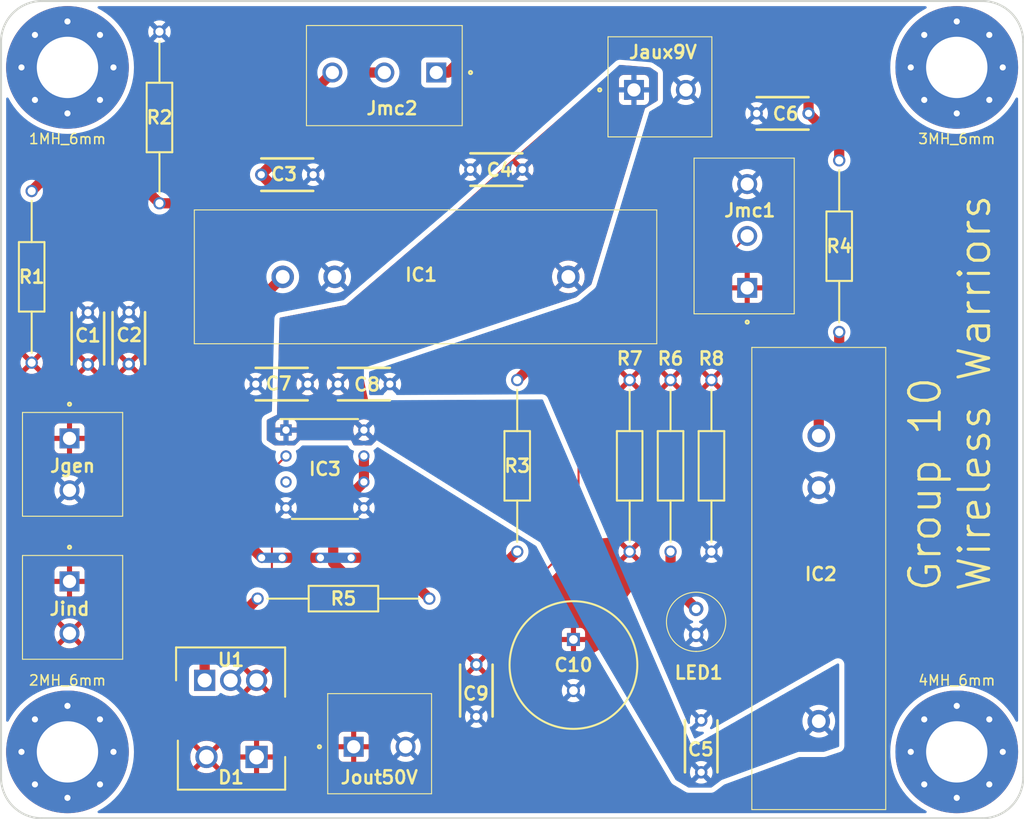
<source format=kicad_pcb>
(kicad_pcb (version 20240108) (generator "pcbnew") (generator_version "8.0")
  (title_block (title "DC to DC Boost Converter") (date "2024-05-16") (company "CBL Team 10") (comment 1 "Created By: Daniel Tyukov") (comment 2 "Max Size 100x80 mm"))
  (layers (0 "F.Cu" signal) (31 "B.Cu" signal) (34 "B.Paste" user) (35 "F.Paste" user) (36 "B.SilkS" user "B.Silkscreen") (37 "F.SilkS" user "F.Silkscreen") (38 "B.Mask" user) (39 "F.Mask" user) (44 "Edge.Cuts" user))
  (net 0 "")
  (net 1 "Net-(C1-Pad2)")
  (net 2 "GND")
  (net 3 "Net-(IC1-POS)")
  (net 4 "Net-(C10-+)")
  (net 5 "Net-(D1-A)")
  (net 6 "Net-(IC1-M)")
  (net 7 "Net-(IC3-N_OUT)")
  (net 8 "Net-(IC3-IN)")
  (net 10 "Net-(LED1-A)")
  (net 11 "Net-(U1-GATE)")
  (net 12 "Net-(C3-Pad1)")
  (net 13 "Net-(C6-Pad1)")
  (net 14 "Net-(Jmc1-Pad1)")
  (net 15 "Net-(Jmc2-Pad3)")
  (net 16 "Net-(IC2-M)")
  (footprint "EL7104CNZ(voltage regulator):DIP762W51P254L952H533Q8N" (layer "F.Cu") (at 131.69 95.81)
    (property "Reference" "IC3" (at 0 0 0) (layer "F.SilkS") (effects (font (size 1.27 1.27) (thickness 0.254))))
    (property "Value" "EL7104CNZ" (hide yes))
    (fp_line (start -4.364 -4.89) (end 3.238 -4.89) (stroke (width 0.2)) (layer "F.SilkS"))
    (fp_line (start -3.238 4.89) (end 3.238 4.89) (stroke (width 0.2)) (layer "F.SilkS"))
    (pad "1" thru_hole rect (at -3.81 -3.81) (size 1.108 1.108) (drill 0.708) (layers "*.Cu" "*.Mask") (net 3 "Net-(IC1-POS)"))
    (pad "2" thru_hole circle (at -3.81 -1.27) (size 1.108 1.108) (drill 0.708) (layers "*.Cu" "*.Mask") (net 8 "Net-(IC3-IN)"))
    (pad "3" thru_hole circle (at -3.81 1.27) (size 1.108 1.108) (drill 0.708) (layers "*.Cu" "*.Mask"))
    (pad "4" thru_hole circle (at -3.81 3.81) (size 1.108 1.108) (drill 0.708) (layers "*.Cu" "*.Mask") (net 2 "GND"))
    (pad "5" thru_hole circle (at 3.81 3.81) (size 1.108 1.108) (drill 0.708) (layers "*.Cu" "*.Mask") (net 2 "GND"))
    (pad "6" thru_hole circle (at 3.81 1.27) (size 1.108 1.108) (drill 0.708) (layers "*.Cu" "*.Mask") (net 7 "Net-(IC3-N_OUT)"))
    (pad "7" thru_hole circle (at 3.81 -1.27) (size 1.108 1.108) (drill 0.708) (layers "*.Cu" "*.Mask") (net 7 "Net-(IC3-N_OUT)"))
    (pad "8" thru_hole circle (at 3.81 -3.81) (size 1.108 1.108) (drill 0.708) (layers "*.Cu" "*.Mask") (net 3 "Net-(IC1-POS)"))
  )
  (footprint "C322C104K5R5TA(decoup capacitor):C322" (layer "F.Cu") (at 128 67)
    (property "Reference" "C3" (at -0.3 -0.044 0) (layer "F.SilkS") (effects (font (size 1.27 1.27) (thickness 0.254))))
    (property "Value" "0.1uF" (hide yes))
    (fp_line (start -2.54 -1.59) (end 2.54 -1.59) (stroke (width 0.254)) (layer "F.SilkS"))
    (fp_line (start -2.54 1.59) (end 2.54 1.59) (stroke (width 0.254)) (layer "F.SilkS"))
    (pad "1" thru_hole circle (at -2.54 0) (size 1.21 1.21) (drill 0.71) (layers "*.Cu" "*.Mask") (net 12 "Net-(C3-Pad1)"))
    (pad "2" thru_hole circle (at 2.54 0) (size 1.21 1.21) (drill 0.71) (layers "*.Cu" "*.Mask") (net 2 "GND"))
  )
  (footprint "1715734(screw connector):1715734" (layer "F.Cu") (at 142.58 57 180)
    (property "Reference" "Jmc2" (at 4.33 -3.5 180) (layer "F.SilkS") (effects (font (size 1.27 1.27) (thickness 0.254))))
    (property "Value" "1715734" (hide yes))
    (fp_line (start 12.7 4.6) (end -2.54 4.6) (stroke (width 0.1)) (layer "F.SilkS"))
    (fp_line (start 12.7 -5.2) (end 12.7 4.6) (stroke (width 0.1)) (layer "F.SilkS"))
    (fp_line (start -2.54 4.6) (end -2.54 -5.2) (stroke (width 0.1)) (layer "F.SilkS"))
    (fp_line (start -2.54 -5.2) (end 12.7 -5.2) (stroke (width 0.1)) (layer "F.SilkS"))
    (fp_circle (center -3.35 0) (end -3.35 0.05) (stroke (width 0.2)) (fill none) (layer "F.SilkS"))
    (pad "1" thru_hole rect (at 0 0 180) (size 1.95 1.95) (drill 1.3) (layers "*.Cu" "*.Mask") (net 13 "Net-(C6-Pad1)"))
    (pad "2" thru_hole circle (at 5.08 0 180) (size 1.95 1.95) (drill 1.3) (layers "*.Cu" "*.Mask") (net 12 "Net-(C3-Pad1)"))
    (pad "3" thru_hole circle (at 10.16 0 180) (size 1.95 1.95) (drill 1.3) (layers "*.Cu" "*.Mask") (net 15 "Net-(Jmc2-Pad3)"))
  )
  (footprint "MF25_100R(resistor):RESAD1680W59L680D250" (layer "F.Cu") (at 182 65.6 -90)
    (property "Reference" "R4" (at 8.4 0 180) (layer "F.SilkS") (effects (font (size 1.27 1.27) (thickness 0.254))))
    (property "Value" "100" (hide yes))
    (fp_line (start 5 1.25) (end 5 -1.25) (stroke (width 0.2)) (layer "F.SilkS"))
    (fp_line (start 11.8 1.25) (end 5 1.25) (stroke (width 0.2)) (layer "F.SilkS"))
    (fp_line (start 0.95 0) (end 5 0) (stroke (width 0.2)) (layer "F.SilkS"))
    (fp_line (start 11.8 0) (end 15.85 0) (stroke (width 0.2)) (layer "F.SilkS"))
    (fp_line (start 5 -1.25) (end 11.8 -1.25) (stroke (width 0.2)) (layer "F.SilkS"))
    (fp_line (start 11.8 -1.25) (end 11.8 1.25) (stroke (width 0.2)) (layer "F.SilkS"))
    (pad "1" thru_hole circle (at 0 0 270) (size 1.2 1.2) (drill 0.8) (layers "*.Cu" "*.Mask") (net 13 "Net-(C6-Pad1)"))
    (pad "2" thru_hole circle (at 16.8 0 270) (size 1.2 1.2) (drill 0.8) (layers "*.Cu" "*.Mask") (net 16 "Net-(IC2-M)"))
  )
  (footprint "MF25_10R(resistor):RESAD1680W59L680D250" (layer "F.Cu") (at 141.9 108.5 180)
    (property "Reference" "R5" (at 8.4 0 180) (layer "F.SilkS") (effects (font (size 1.27 1.27) (thickness 0.254))))
    (property "Value" "10" (hide yes))
    (fp_line (start 11.8 1.25) (end 5 1.25) (stroke (width 0.2)) (layer "F.SilkS"))
    (fp_line (start 11.8 0) (end 15.85 0) (stroke (width 0.2)) (layer "F.SilkS"))
    (fp_line (start 11.8 -1.25) (end 11.8 1.25) (stroke (width 0.2)) (layer "F.SilkS"))
    (fp_line (start 5 1.25) (end 5 -1.25) (stroke (width 0.2)) (layer "F.SilkS"))
    (fp_line (start 5 -1.25) (end 11.8 -1.25) (stroke (width 0.2)) (layer "F.SilkS"))
    (fp_line (start 0.95 0) (end 5 0) (stroke (width 0.2)) (layer "F.SilkS"))
    (pad "1" thru_hole circle (at 0 0 180) (size 1.2 1.2) (drill 0.8) (layers "*.Cu" "*.Mask") (net 7 "Net-(IC3-N_OUT)"))
    (pad "2" thru_hole circle (at 16.8 0 180) (size 1.2 1.2) (drill 0.8) (layers "*.Cu" "*.Mask") (net 11 "Net-(U1-GATE)"))
  )
  (footprint "1715721(screw connector):1715721" (layer "F.Cu") (at 161.92 58.7)
    (property "Reference" "Jaux9V" (at 2.83 -3.7 0) (layer "F.SilkS") (effects (font (size 1.27 1.27) (thickness 0.254))))
    (property "Value" "Jaux" (hide yes))
    (fp_line (start -2.54 -5.2) (end 7.62 -5.2) (stroke (width 0.1)) (layer "F.SilkS"))
    (fp_line (start -2.54 4.6) (end -2.54 -5.2) (stroke (width 0.1)) (layer "F.SilkS"))
    (fp_line (start 7.62 -5.2) (end 7.62 4.6) (stroke (width 0.1)) (layer "F.SilkS"))
    (fp_line (start 7.62 4.6) (end -2.54 4.6) (stroke (width 0.1)) (layer "F.SilkS"))
    (fp_circle (center -3.35 0) (end -3.35 0.05) (stroke (width 0.2)) (fill none) (layer "F.SilkS"))
    (pad "1" thru_hole rect (at 0 0) (size 1.95 1.95) (drill 1.3) (layers "*.Cu" "*.Mask") (net 3 "Net-(IC1-POS)"))
    (pad "2" thru_hole circle (at 5.08 0) (size 1.95 1.95) (drill 1.3) (layers "*.Cu" "*.Mask") (net 2 "GND"))
  )
  (footprint "1715734(screw connector):1715734" (layer "F.Cu") (at 173 78.08 90)
    (property "Reference" "Jmc1" (at 7.58 0.25 0) (layer "F.SilkS") (effects (font (size 1.27 1.27) (thickness 0.254))))
    (property "Value" "1715734" (hide yes))
    (fp_line (start 12.7 -5.2) (end 12.7 4.6) (stroke (width 0.1)) (layer "F.SilkS"))
    (fp_line (start -2.54 -5.2) (end 12.7 -5.2) (stroke (width 0.1)) (layer "F.SilkS"))
    (fp_line (start 12.7 4.6) (end -2.54 4.6) (stroke (width 0.1)) (layer "F.SilkS"))
    (fp_line (start -2.54 4.6) (end -2.54 -5.2) (stroke (width 0.1)) (layer "F.SilkS"))
    (fp_circle (center -3.35 0) (end -3.35 0.05) (stroke (width 0.2)) (fill none) (layer "F.SilkS"))
    (pad "1" thru_hole rect (at 0 0 90) (size 1.95 1.95) (drill 1.3) (layers "*.Cu" "*.Mask") (net 14 "Net-(Jmc1-Pad1)"))
    (pad "2" thru_hole circle (at 5.08 0 90) (size 1.95 1.95) (drill 1.3) (layers "*.Cu" "*.Mask") (net 8 "Net-(IC3-IN)"))
    (pad "3" thru_hole circle (at 10.16 0 90) (size 1.95 1.95) (drill 1.3) (layers "*.Cu" "*.Mask") (net 2 "GND"))
  )
  (footprint "MF25_1K(resistor):RESAD1680W59L680D250" (layer "F.Cu") (at 169.5 103.9 90)
    (property "Reference" "R8" (at 18.9 0 0) (layer "F.SilkS") (effects (font (size 1.27 1.27) (thickness 0.254))))
    (property "Value" "1K" (hide yes))
    (fp_line (start 11.8 -1.25) (end 11.8 1.25) (stroke (width 0.2)) (layer "F.SilkS"))
    (fp_line (start 5 -1.25) (end 11.8 -1.25) (stroke (width 0.2)) (layer "F.SilkS"))
    (fp_line (start 11.8 0) (end 15.85 0) (stroke (width 0.2)) (layer "F.SilkS"))
    (fp_line (start 0.95 0) (end 5 0) (stroke (width 0.2)) (layer "F.SilkS"))
    (fp_line (start 11.8 1.25) (end 5 1.25) (stroke (width 0.2)) (layer "F.SilkS"))
    (fp_line (start 5 1.25) (end 5 -1.25) (stroke (width 0.2)) (layer "F.SilkS"))
    (pad "1" thru_hole circle (at 0 0 90) (size 1.2 1.2) (drill 0.8) (layers "*.Cu" "*.Mask") (net 2 "GND"))
    (pad "2" thru_hole circle (at 16.8 0 90) (size 1.2 1.2) (drill 0.8) (layers "*.Cu" "*.Mask") (net 14 "Net-(Jmc1-Pad1)"))
  )
  (footprint "MF25_100R(resistor):RESAD1680W59L680D250" (layer "F.Cu") (at 150.5 87.1 -90)
    (property "Reference" "R3" (at 8.4 0 180) (layer "F.SilkS") (effects (font (size 1.27 1.27) (thickness 0.254))))
    (property "Value" "100" (hide yes))
    (fp_line (start 5 1.25) (end 5 -1.25) (stroke (width 0.2)) (layer "F.SilkS"))
    (fp_line (start 11.8 1.25) (end 5 1.25) (stroke (width 0.2)) (layer "F.SilkS"))
    (fp_line (start 0.95 0) (end 5 0) (stroke (width 0.2)) (layer "F.SilkS"))
    (fp_line (start 11.8 0) (end 15.85 0) (stroke (width 0.2)) (layer "F.SilkS"))
    (fp_line (start 5 -1.25) (end 11.8 -1.25) (stroke (width 0.2)) (layer "F.SilkS"))
    (fp_line (start 11.8 -1.25) (end 11.8 1.25) (stroke (width 0.2)) (layer "F.SilkS"))
    (pad "1" thru_hole circle (at 0 0 270) (size 1.2 1.2) (drill 0.8) (layers "*.Cu" "*.Mask") (net 12 "Net-(C3-Pad1)"))
    (pad "2" thru_hole circle (at 16.8 0 270) (size 1.2 1.2) (drill 0.8) (layers "*.Cu" "*.Mask") (net 6 "Net-(IC1-M)"))
  )
  (footprint "MBR10100+(diode):TO490P480X1000X2110-2P" (layer "F.Cu") (at 125 124 180)
    (property "Reference" "D1" (at 2.5 -2 180) (layer "F.SilkS") (effects (font (size 1.27 1.27) (thickness 0.254))))
    (property "Value" "MBR10100+" (hide yes))
    (fp_line (start 7.7 1.6) (end 7.7 -3.2) (stroke (width 0.2)) (layer "F.SilkS"))
    (fp_line (start 7.7 -3.2) (end -2.8 -3.2) (stroke (width 0.2)) (layer "F.SilkS"))
    (fp_line (start -2.8 -3.2) (end -2.8 0) (stroke (width 0.2)) (layer "F.SilkS"))
    (pad "1" thru_hole rect (at 0 0 180) (size 2.175 2.175) (drill 1.45) (layers "*.Cu" "*.Mask") (net 4 "Net-(C10-+)"))
    (pad "2" thru_hole circle (at 4.9 0 180) (size 2.175 2.175) (drill 1.45) (layers "*.Cu" "*.Mask") (net 5 "Net-(D1-A)"))
  )
  (footprint "1715721(screw connector):1715721" (layer "F.Cu") (at 106.7 106.815 -90)
    (property "Reference" "Jind" (at 2.685 0 180) (layer "F.SilkS") (effects (font (size 1.27 1.27) (thickness 0.254))))
    (property "Value" "Jind" (hide yes))
    (fp_line (start -2.54 4.6) (end -2.54 -5.2) (stroke (width 0.1)) (layer "F.SilkS"))
    (fp_line (start 7.62 4.6) (end -2.54 4.6) (stroke (width 0.1)) (layer "F.SilkS"))
    (fp_line (start -2.54 -5.2) (end 7.62 -5.2) (stroke (width 0.1)) (layer "F.SilkS"))
    (fp_line (start 7.62 -5.2) (end 7.62 4.6) (stroke (width 0.1)) (layer "F.SilkS"))
    (fp_circle (center -3.35 0) (end -3.35 0.05) (stroke (width 0.2)) (fill none) (layer "F.SilkS"))
    (pad "1" thru_hole rect (at 0 0 270) (size 1.95 1.95) (drill 1.3) (layers "*.Cu" "*.Mask") (net 1 "Net-(C1-Pad2)"))
    (pad "2" thru_hole circle (at 5.08 0 270) (size 1.95 1.95) (drill 1.3) (layers "*.Cu" "*.Mask") (net 5 "Net-(D1-A)"))
  )
  (footprint "MF25_1K(resistor):RESAD1680W59L680D250" (layer "F.Cu") (at 115.5 53 -90)
    (property "Reference" "R2" (at 8.4 0 180) (layer "F.SilkS") (effects (font (size 1.27 1.27) (thickness 0.254))))
    (property "Value" "1K" (hide yes))
    (fp_line (start 5 1.25) (end 5 -1.25) (stroke (width 0.2)) (layer "F.SilkS"))
    (fp_line (start 11.8 1.25) (end 5 1.25) (stroke (width 0.2)) (layer "F.SilkS"))
    (fp_line (start 0.95 0) (end 5 0) (stroke (width 0.2)) (layer "F.SilkS"))
    (fp_line (start 11.8 0) (end 15.85 0) (stroke (width 0.2)) (layer "F.SilkS"))
    (fp_line (start 5 -1.25) (end 11.8 -1.25) (stroke (width 0.2)) (layer "F.SilkS"))
    (fp_line (start 11.8 -1.25) (end 11.8 1.25) (stroke (width 0.2)) (layer "F.SilkS"))
    (pad "1" thru_hole circle (at 0 0 270) (size 1.2 1.2) (drill 0.8) (layers "*.Cu" "*.Mask") (net 2 "GND"))
    (pad "2" thru_hole circle (at 16.8 0 270) (size 1.2 1.2) (drill 0.8) (layers "*.Cu" "*.Mask") (net 15 "Net-(Jmc2-Pad3)"))
  )
  (footprint "C322C104K5R5TA(decoup capacitor):C322" (layer "F.Cu") (at 148.46 66.5 180)
    (property "Reference" "C4" (at -0.3 -0.044 180) (layer "F.SilkS") (effects (font (size 1.27 1.27) (thickness 0.254))))
    (property "Value" "0.1uF" (hide yes))
    (fp_line (start -2.54 1.59) (end 2.54 1.59) (stroke (width 0.254)) (layer "F.SilkS"))
    (fp_line (start -2.54 -1.59) (end 2.54 -1.59) (stroke (width 0.254)) (layer "F.SilkS"))
    (pad "1" thru_hole circle (at -2.54 0 180) (size 1.21 1.21) (drill 0.71) (layers "*.Cu" "*.Mask") (net 3 "Net-(IC1-POS)"))
    (pad "2" thru_hole circle (at 2.54 0 180) (size 1.21 1.21) (drill 0.71) (layers "*.Cu" "*.Mask") (net 2 "GND"))
  )
  (footprint "EEUFC1J221S(capacitor):CAPPRD500W65D1250H2200" (layer "F.Cu") (at 156 112.5 -90)
    (property "Reference" "C10" (at 2.5 0 180) (layer "F.SilkS") (effects (font (size 1.27 1.27) (thickness 0.254))))
    (property "Value" "220uF" (hide yes))
    (fp_circle (center 2.5 0) (end 2.5 6.25) (stroke (width 0.2)) (fill none) (layer "F.SilkS"))
    (pad "1" thru_hole rect (at 0 0 270) (size 1.275 1.275) (drill 0.85) (layers "*.Cu" "*.Mask") (net 4 "Net-(C10-+)"))
    (pad "2" thru_hole circle (at 5 0 270) (size 1.275 1.275) (drill 0.85) (layers "*.Cu" "*.Mask") (net 2 "GND"))
  )
  (footprint "C322C104K5R5TA(decoup capacitor):C322" (layer "F.Cu") (at 127.46 87.5)
    (property "Reference" "C7" (at -0.3 -0.044 0) (layer "F.SilkS") (effects (font (size 1.27 1.27) (thickness 0.254))))
    (property "Value" "0.1uF" (hide yes))
    (fp_line (start -2.54 -1.59) (end 2.54 -1.59) (stroke (width 0.254)) (layer "F.SilkS"))
    (fp_line (start -2.54 1.59) (end 2.54 1.59) (stroke (width 0.254)) (layer "F.SilkS"))
    (pad "1" thru_hole circle (at -2.54 0) (size 1.21 1.21) (drill 0.71) (layers "*.Cu" "*.Mask") (net 2 "GND"))
    (pad "2" thru_hole circle (at 2.54 0) (size 1.21 1.21) (drill 0.71) (layers "*.Cu" "*.Mask") (net 3 "Net-(IC1-POS)"))
  )
  (footprint "MF25_20K(resistor):RESAD1680W59L680D250" (layer "F.Cu") (at 103 68.6 -90)
    (property "Reference" "R1" (at 8.4 0 180) (layer "F.SilkS") (effects (font (size 1.27 1.27) (thickness 0.254))))
    (property "Value" "20K" (hide yes))
    (fp_line (start 5 1.25) (end 5 -1.25) (stroke (width 0.2)) (layer "F.SilkS"))
    (fp_line (start 11.8 1.25) (end 5 1.25) (stroke (width 0.2)) (layer "F.SilkS"))
    (fp_line (start 0.95 0) (end 5 0) (stroke (width 0.2)) (layer "F.SilkS"))
    (fp_line (start 11.8 0) (end 15.85 0) (stroke (width 0.2)) (layer "F.SilkS"))
    (fp_line (start 5 -1.25) (end 11.8 -1.25) (stroke (width 0.2)) (layer "F.SilkS"))
    (fp_line (start 11.8 -1.25) (end 11.8 1.25) (stroke (width 0.2)) (layer "F.SilkS"))
    (pad "1" thru_hole circle (at 0 0 270) (size 1.2 1.2) (drill 0.8) (layers "*.Cu" "*.Mask") (net 15 "Net-(Jmc2-Pad3)"))
    (pad "2" thru_hole circle (at 16.8 0 270) (size 1.2 1.2) (drill 0.8) (layers "*.Cu" "*.Mask") (net 1 "Net-(C1-Pad2)"))
  )
  (footprint "IRF640NPBF(mosfet):TO254P483X1016X1994-3P" (layer "F.Cu") (at 119.92 116.5)
    (property "Reference" "U1" (at 2.58 -2 0) (layer "F.SilkS") (effects (font (size 1.27 1.27) (thickness 0.254))))
    (property "Value" "IRF640NPBF" (hide yes))
    (fp_line (start -2.795 -3.225) (end -2.795 0) (stroke (width 0.2)) (layer "F.SilkS"))
    (fp_line (start 7.875 -3.225) (end -2.795 -3.225) (stroke (width 0.2)) (layer "F.SilkS"))
    (fp_line (start 7.875 1.605) (end 7.875 -3.225) (stroke (width 0.2)) (layer "F.SilkS"))
    (pad "1" thru_hole rect (at 0 0) (size 2.07 2.07) (drill 1.38) (layers "*.Cu" "*.Mask") (net 11 "Net-(U1-GATE)"))
    (pad "2" thru_hole circle (at 2.54 0) (size 2.07 2.07) (drill 1.38) (layers "*.Cu" "*.Mask") (net 2 "GND"))
    (pad "3" thru_hole circle (at 5.08 0) (size 2.07 2.07) (drill 1.38) (layers "*.Cu" "*.Mask") (net 5 "Net-(D1-A)"))
  )
  (footprint "MF25_10R(resistor):RESAD1680W59L680D250" (layer "F.Cu") (at 165.5 87.1 -90)
    (property "Reference" "R6" (at -2.1 0 180) (layer "F.SilkS") (effects (font (size 1.27 1.27) (thickness 0.254))))
    (property "Value" "10" (hide yes))
    (fp_line (start 5 1.25) (end 5 -1.25) (stroke (width 0.2)) (layer "F.SilkS"))
    (fp_line (start 11.8 1.25) (end 5 1.25) (stroke (width 0.2)) (layer "F.SilkS"))
    (fp_line (start 0.95 0) (end 5 0) (stroke (width 0.2)) (layer "F.SilkS"))
    (fp_line (start 11.8 0) (end 15.85 0) (stroke (width 0.2)) (layer "F.SilkS"))
    (fp_line (start 5 -1.25) (end 11.8 -1.25) (stroke (width 0.2)) (layer "F.SilkS"))
    (fp_line (start 11.8 -1.25) (end 11.8 1.25) (stroke (width 0.2)) (layer "F.SilkS"))
    (pad "1" thru_hole circle (at 0 0 270) (size 1.2 1.2) (drill 0.8) (layers "*.Cu" "*.Mask") (net 14 "Net-(Jmc1-Pad1)"))
    (pad "2" thru_hole circle (at 16.8 0 270) (size 1.2 1.2) (drill 0.8) (layers "*.Cu" "*.Mask") (net 10 "Net-(LED1-A)"))
  )
  (footprint "C322C104K5R5TA(decoup capacitor):C322" (layer "F.Cu") (at 135.5 87.5 180)
    (property "Reference" "C8" (at -0.3 -0.044 180) (layer "F.SilkS") (effects (font (size 1.27 1.27) (thickness 0.254))))
    (property "Value" "0.1uF" (hide yes))
    (fp_line (start -2.54 1.59) (end 2.54 1.59) (stroke (width 0.254)) (layer "F.SilkS"))
    (fp_line (start -2.54 -1.59) (end 2.54 -1.59) (stroke (width 0.254)) (layer "F.SilkS"))
    (pad "1" thru_hole circle (at -2.54 0 180) (size 1.21 1.21) (drill 0.71) (layers "*.Cu" "*.Mask") (net 2 "GND"))
    (pad "2" thru_hole circle (at 2.54 0 180) (size 1.21 1.21) (drill 0.71) (layers "*.Cu" "*.Mask") (net 3 "Net-(IC1-POS)"))
  )
  (footprint "C322C104K5R5TA(decoup capacitor):C322" (layer "F.Cu") (at 112.5 83 -90)
    (property "Reference" "C2" (at -0.3 -0.044 180) (layer "F.SilkS") (effects (font (size 1.27 1.27) (thickness 0.254))))
    (property "Value" "0.1uF" (hide yes))
    (fp_line (start -2.54 1.59) (end 2.54 1.59) (stroke (width 0.254)) (layer "F.SilkS"))
    (fp_line (start -2.54 -1.59) (end 2.54 -1.59) (stroke (width 0.254)) (layer "F.SilkS"))
    (pad "1" thru_hole circle (at -2.54 0 270) (size 1.21 1.21) (drill 0.71) (layers "*.Cu" "*.Mask") (net 2 "GND"))
    (pad "2" thru_hole circle (at 2.54 0 270) (size 1.21 1.21) (drill 0.71) (layers "*.Cu" "*.Mask") (net 1 "Net-(C1-Pad2)"))
  )
  (footprint "C322C104K5R5TA(decoup capacitor):C322" (layer "F.Cu") (at 108.5 83.04 -90)
    (property "Reference" "C1" (at -0.3 0 180) (layer "F.SilkS") (effects (font (size 1.27 1.27) (thickness 0.254))))
    (property "Value" "0.1uF" (hide yes))
    (fp_line (start -2.54 1.59) (end 2.54 1.59) (stroke (width 0.254)) (layer "F.SilkS"))
    (fp_line (start -2.54 -1.59) (end 2.54 -1.59) (stroke (width 0.254)) (layer "F.SilkS"))
    (pad "1" thru_hole circle (at -2.54 0 270) (size 1.21 1.21) (drill 0.71) (layers "*.Cu" "*.Mask") (net 2 "GND"))
    (pad "2" thru_hole circle (at 2.54 0 270) (size 1.21 1.21) (drill 0.71) (layers "*.Cu" "*.Mask") (net 1 "Net-(C1-Pad2)"))
  )
  (footprint "1715721(screw connector):1715721" (layer "F.Cu") (at 134.5 123)
    (property "Reference" "Jout50V" (at 2.5 3 0) (layer "F.SilkS") (effects (font (size 1.27 1.27) (thickness 0.254))))
    (property "Value" "Jout +50V" (hide yes))
    (fp_line (start -2.54 -5.2) (end 7.62 -5.2) (stroke (width 0.1)) (layer "F.SilkS"))
    (fp_line (start -2.54 4.6) (end -2.54 -5.2) (stroke (width 0.1)) (layer "F.SilkS"))
    (fp_line (start 7.62 -5.2) (end 7.62 4.6) (stroke (width 0.1)) (layer "F.SilkS"))
    (fp_line (start 7.62 4.6) (end -2.54 4.6) (stroke (width 0.1)) (layer "F.SilkS"))
    (fp_circle (center -3.35 0) (end -3.35 0.05) (stroke (width 0.2)) (fill none) (layer "F.SilkS"))
    (pad "1" thru_hole rect (at 0 0) (size 1.95 1.95) (drill 1.3) (layers "*.Cu" "*.Mask") (net 4 "Net-(C10-+)"))
    (pad "2" thru_hole circle (at 5.08 0) (size 1.95 1.95) (drill 1.3) (layers "*.Cu" "*.Mask") (net 2 "GND"))
  )
  (footprint "C322C104K5R5TA(decoup capacitor):C322" (layer "F.Cu") (at 176.46 61 180)
    (property "Reference" "C6" (at -0.3 -0.044 180) (layer "F.SilkS") (effects (font (size 1.27 1.27) (thickness 0.254))))
    (property "Value" "0.1uF" (hide yes))
    (fp_line (start -2.54 1.59) (end 2.54 1.59) (stroke (width 0.254)) (layer "F.SilkS"))
    (fp_line (start -2.54 -1.59) (end 2.54 -1.59) (stroke (width 0.254)) (layer "F.SilkS"))
    (pad "1" thru_hole circle (at -2.54 0 180) (size 1.21 1.21) (drill 0.71) (layers "*.Cu" "*.Mask") (net 13 "Net-(C6-Pad1)"))
    (pad "2" thru_hole circle (at 2.54 0 180) (size 1.21 1.21) (drill 0.71) (layers "*.Cu" "*.Mask") (net 2 "GND"))
  )
  (footprint "LA_55-P(current detector):LA55-P" (layer "F.Cu") (at 180 120.5 -90)
    (property "Reference" "IC2" (at -14.4 -0.2 180) (layer "F.SilkS") (effects (font (size 1.27 1.27) (thickness 0.254))))
    (property "Value" "LA_55-P" (hide yes))
    (fp_line (start -36.59 6.55) (end -36.59 -6.55) (stroke (width 0.1)) (layer "F.SilkS"))
    (fp_line (start 8.65 6.55) (end -36.59 6.55) (stroke (width 0.1)) (layer "F.SilkS"))
    (fp_line (start -36.59 -6.55) (end 8.65 -6.55) (stroke (width 0.1)) (layer "F.SilkS"))
    (fp_line (start 8.65 -6.55) (end 8.65 6.55) (stroke (width 0.1)) (layer "F.SilkS"))
    (pad "1" thru_hole circle (at -27.94 0 270) (size 2.2 2.2) (drill 1.35) (layers "*.Cu" "*.Mask") (net 16 "Net-(IC2-M)"))
    (pad "2" thru_hole circle (at -22.86 0 270) (size 2.2 2.2) (drill 1.35) (layers "*.Cu" "*.Mask") (net 2 "GND"))
    (pad "3" thru_hole circle (at 0 0 270) (size 2.2 2.2) (drill 1.35) (layers "*.Cu" "*.Mask") (net 3 "Net-(IC1-POS)"))
  )
  (footprint "MountingHole:MountingHole_6mm_Pad_Via" (layer "F.Cu") (at 193.5 56.500019)
    (property "Reference" "3MH_6mm" (at 0 6.999981 0) (layer "F.SilkS"))
    (property "Value" "MH_6mm")
    (pad "1" thru_hole circle (at -4.5 0) (size 0.9 0.9) (drill 0.6) (layers "*.Cu" "*.Mask"))
    (pad "1" thru_hole circle (at -3.181981 -3.181981) (size 0.9 0.9) (drill 0.6) (layers "*.Cu" "*.Mask"))
    (pad "1" thru_hole circle (at -3.181981 3.181981) (size 0.9 0.9) (drill 0.6) (layers "*.Cu" "*.Mask"))
    (pad "1" thru_hole circle (at 0 -4.5) (size 0.9 0.9) (drill 0.6) (layers "*.Cu" "*.Mask"))
    (pad "1" thru_hole circle (at 0 0) (size 12 12) (drill 6) (layers "*.Cu" "*.Mask"))
    (pad "1" thru_hole circle (at 0 4.5) (size 0.9 0.9) (drill 0.6) (layers "*.Cu" "*.Mask"))
    (pad "1" thru_hole circle (at 3.181981 -3.181981) (size 0.9 0.9) (drill 0.6) (layers "*.Cu" "*.Mask"))
    (pad "1" thru_hole circle (at 3.181981 3.181981) (size 0.9 0.9) (drill 0.6) (layers "*.Cu" "*.Mask"))
    (pad "1" thru_hole circle (at 4.5 0) (size 0.9 0.9) (drill 0.6) (layers "*.Cu" "*.Mask"))
  )
  (footprint "LA_55-P(current detector):LA55-P" (layer "F.Cu") (at 155.5 77)
    (property "Reference" "IC1" (at -14.4 -0.2 0) (layer "F.SilkS") (effects (font (size 1.27 1.27) (thickness 0.254))))
    (property "Value" "LA_55-P" (hide yes))
    (fp_line (start -36.59 -6.55) (end 8.65 -6.55) (stroke (width 0.1)) (layer "F.SilkS"))
    (fp_line (start -36.59 6.55) (end -36.59 -6.55) (stroke (width 0.1)) (layer "F.SilkS"))
    (fp_line (start 8.65 -6.55) (end 8.65 6.55) (stroke (width 0.1)) (layer "F.SilkS"))
    (fp_line (start 8.65 6.55) (end -36.59 6.55) (stroke (width 0.1)) (layer "F.SilkS"))
    (pad "1" thru_hole circle (at -27.94 0) (size 2.2 2.2) (drill 1.35) (layers "*.Cu" "*.Mask") (net 6 "Net-(IC1-M)"))
    (pad "2" thru_hole circle (at -22.86 0) (size 2.2 2.2) (drill 1.35) (layers "*.Cu" "*.Mask") (net 2 "GND"))
    (pad "3" thru_hole circle (at 0 0) (size 2.2 2.2) (drill 1.35) (layers "*.Cu" "*.Mask") (net 3 "Net-(IC1-POS)"))
  )
  (footprint "MountingHole:MountingHole_6mm_Pad_Via" (layer "F.Cu") (at 106.5 56.500019)
    (property "Reference" "1MH_6mm" (at 0 6.999981 0) (layer "F.SilkS"))
    (property "Value" "MH_6mm")
    (pad "1" thru_hole circle (at -4.5 0) (size 0.9 0.9) (drill 0.6) (layers "*.Cu" "*.Mask"))
    (pad "1" thru_hole circle (at -3.181981 -3.181981) (size 0.9 0.9) (drill 0.6) (layers "*.Cu" "*.Mask"))
    (pad "1" thru_hole circle (at -3.181981 3.181981) (size 0.9 0.9) (drill 0.6) (layers "*.Cu" "*.Mask"))
    (pad "1" thru_hole circle (at 0 -4.5) (size 0.9 0.9) (drill 0.6) (layers "*.Cu" "*.Mask"))
    (pad "1" thru_hole circle (at 0 0) (size 12 12) (drill 6) (layers "*.Cu" "*.Mask"))
    (pad "1" thru_hole circle (at 0 4.5) (size 0.9 0.9) (drill 0.6) (layers "*.Cu" "*.Mask"))
    (pad "1" thru_hole circle (at 3.181981 -3.181981) (size 0.9 0.9) (drill 0.6) (layers "*.Cu" "*.Mask"))
    (pad "1" thru_hole circle (at 3.181981 3.181981) (size 0.9 0.9) (drill 0.6) (layers "*.Cu" "*.Mask"))
    (pad "1" thru_hole circle (at 4.5 0) (size 0.9 0.9) (drill 0.6) (layers "*.Cu" "*.Mask"))
  )
  (footprint "MountingHole:MountingHole_6mm_Pad_Via" (layer "F.Cu") (at 193.5 123.500019)
    (property "Reference" "4MH_6mm" (at 0 -7 0) (layer "F.SilkS"))
    (property "Value" "MH_6mm")
    (pad "1" thru_hole circle (at -4.5 0) (size 0.9 0.9) (drill 0.6) (layers "*.Cu" "*.Mask"))
    (pad "1" thru_hole circle (at -3.181981 -3.181981) (size 0.9 0.9) (drill 0.6) (layers "*.Cu" "*.Mask"))
    (pad "1" thru_hole circle (at -3.181981 3.181981) (size 0.9 0.9) (drill 0.6) (layers "*.Cu" "*.Mask"))
    (pad "1" thru_hole circle (at 0 -4.5) (size 0.9 0.9) (drill 0.6) (layers "*.Cu" "*.Mask"))
    (pad "1" thru_hole circle (at 0 0) (size 12 12) (drill 6) (layers "*.Cu" "*.Mask"))
    (pad "1" thru_hole circle (at 0 4.5) (size 0.9 0.9) (drill 0.6) (layers "*.Cu" "*.Mask"))
    (pad "1" thru_hole circle (at 3.181981 -3.181981) (size 0.9 0.9) (drill 0.6) (layers "*.Cu" "*.Mask"))
    (pad "1" thru_hole circle (at 3.181981 3.181981) (size 0.9 0.9) (drill 0.6) (layers "*.Cu" "*.Mask"))
    (pad "1" thru_hole circle (at 4.5 0) (size 0.9 0.9) (drill 0.6) (layers "*.Cu" "*.Mask"))
  )
  (footprint "MF25_20K(resistor):RESAD1680W59L680D250" (layer "F.Cu") (at 161.5 87.1 -90)
    (property "Reference" "R7" (at -2.1 0 180) (layer "F.SilkS") (effects (font (size 1.27 1.27) (thickness 0.254))))
    (property "Value" "20K" (hide yes))
    (fp_line (start 5 1.25) (end 5 -1.25) (stroke (width 0.2)) (layer "F.SilkS"))
    (fp_line (start 11.8 1.25) (end 5 1.25) (stroke (width 0.2)) (layer "F.SilkS"))
    (fp_line (start 0.95 0) (end 5 0) (stroke (width 0.2)) (layer "F.SilkS"))
    (fp_line (start 11.8 0) (end 15.85 0) (stroke (width 0.2)) (layer "F.SilkS"))
    (fp_line (start 5 -1.25) (end 11.8 -1.25) (stroke (width 0.2)) (layer "F.SilkS"))
    (fp_line (start 11.8 -1.25) (end 11.8 1.25) (stroke (width 0.2)) (layer "F.SilkS"))
    (pad "1" thru_hole circle (at 0 0 270) (size 1.2 1.2) (drill 0.8) (layers "*.Cu" "*.Mask") (net 14 "Net-(Jmc1-Pad1)"))
    (pad "2" thru_hole circle (at 16.8 0 270) (size 1.2 1.2) (drill 0.8) (layers "*.Cu" "*.Mask") (net 4 "Net-(C10-+)"))
  )
  (footprint "TLUR5400(led):TLUR5400" (layer "F.Cu") (at 168 109.5 -90)
    (property "Reference" "LED1" (at 6.25 -0.25 180) (layer "F.SilkS") (effects (font (size 1.27 1.27) (thickness 0.254))))
    (property "Value" "TLUR5400" (hide yes))
    (fp_line (start -1.63 0) (end -1.63 0) (stroke (width 0.1)) (layer "F.SilkS"))
    (fp_line (start 4.17 0) (end 4.17 0) (stroke (width 0.1)) (layer "F.SilkS"))
    (fp_arc (start -1.63 0) (mid 1.27 -2.9) (end 4.17 0) (stroke (width 0.1)) (layer "F.SilkS"))
    (fp_arc (start 4.17 0) (mid 1.27 2.9) (end -1.63 0) (stroke (width 0.1)) (layer "F.SilkS"))
    (pad "1" thru_hole circle (at 0 0 270) (size 1.416 1.416) (drill 0.85) (layers "*.Cu" "*.Mask") (net 10 "Net-(LED1-A)"))
    (pad "2" thru_hole circle (at 2.54 0 270) (size 1.416 1.416) (drill 0.85) (layers "*.Cu" "*.Mask") (net 2 "GND"))
  )
  (footprint "1715721(screw connector):1715721" (layer "F.Cu") (at 106.7 92.815 -90)
    (property "Reference" "Jgen" (at 2.685 -0.3 180) (layer "F.SilkS") (effects (font (size 1.27 1.27) (thickness 0.254))))
    (property "Value" "Jgen" (hide yes))
    (fp_line (start -2.54 4.6) (end -2.54 -5.2) (stroke (width 0.1)) (layer "F.SilkS"))
    (fp_line (start 7.62 4.6) (end -2.54 4.6) (stroke (width 0.1)) (layer "F.SilkS"))
    (fp_line (start -2.54 -5.2) (end 7.62 -5.2) (stroke (width 0.1)) (layer "F.SilkS"))
    (fp_line (start 7.62 -5.2) (end 7.62 4.6) (stroke (width 0.1)) (layer "F.SilkS"))
    (fp_circle (center -3.35 0) (end -3.35 0.05) (stroke (width 0.2)) (fill none) (layer "F.SilkS"))
    (pad "1" thru_hole rect (at 0 0 270) (size 1.95 1.95) (drill 1.3) (layers "*.Cu" "*.Mask") (net 1 "Net-(C1-Pad2)"))
    (pad "2" thru_hole circle (at 5.08 0 270) (size 1.95 1.95) (drill 1.3) (layers "*.Cu" "*.Mask") (net 2 "GND"))
  )
  (footprint "C322C104K5R5TA(decoup capacitor):C322" (layer "F.Cu") (at 168.5 122.96 90)
    (property "Reference" "C5" (at -0.3 -0.044 0) (layer "F.SilkS") (effects (font (size 1.27 1.27) (thickness 0.254))))
    (property "Value" "0.1uF" (hide yes))
    (fp_line (start -2.54 -1.59) (end 2.54 -1.59) (stroke (width 0.254)) (layer "F.SilkS"))
    (fp_line (start -2.54 1.59) (end 2.54 1.59) (stroke (width 0.254)) (layer "F.SilkS"))
    (pad "1" thru_hole circle (at -2.54 0 90) (size 1.21 1.21) (drill 0.71) (layers "*.Cu" "*.Mask") (net 3 "Net-(IC1-POS)"))
    (pad "2" thru_hole circle (at 2.54 0 90) (size 1.21 1.21) (drill 0.71) (layers "*.Cu" "*.Mask") (net 2 "GND"))
  )
  (footprint "C322C104K5R5TA(decoup capacitor):C322" (layer "F.Cu") (at 146.5 117.5 90)
    (property "Reference" "C9" (at -0.3 -0.044 0) (layer "F.SilkS") (effects (font (size 1.27 1.27) (thickness 0.254))))
    (property "Value" "0.1uF" (hide yes))
    (fp_line (start -2.54 -1.59) (end 2.54 -1.59) (stroke (width 0.254)) (layer "F.SilkS"))
    (fp_line (start -2.54 1.59) (end 2.54 1.59) (stroke (width 0.254)) (layer "F.SilkS"))
    (pad "1" thru_hole circle (at -2.54 0 90) (size 1.21 1.21) (drill 0.71) (layers "*.Cu" "*.Mask") (net 2 "GND"))
    (pad "2" thru_hole circle (at 2.54 0 90) (size 1.21 1.21) (drill 0.71) (layers "*.Cu" "*.Mask") (net 4 "Net-(C10-+)"))
  )
  (footprint "MountingHole:MountingHole_6mm_Pad_Via" (layer "F.Cu") (at 106.5 123.500019)
    (property "Reference" "2MH_6mm" (at 0 -7 0) (layer "F.SilkS"))
    (property "Value" "MH_6mm")
    (pad "1" thru_hole circle (at -4.5 0) (size 0.9 0.9) (drill 0.6) (layers "*.Cu" "*.Mask"))
    (pad "1" thru_hole circle (at -3.181981 -3.181981) (size 0.9 0.9) (drill 0.6) (layers "*.Cu" "*.Mask"))
    (pad "1" thru_hole circle (at -3.181981 3.181981) (size 0.9 0.9) (drill 0.6) (layers "*.Cu" "*.Mask"))
    (pad "1" thru_hole circle (at 0 -4.5) (size 0.9 0.9) (drill 0.6) (layers "*.Cu" "*.Mask"))
    (pad "1" thru_hole circle (at 0 0) (size 12 12) (drill 6) (layers "*.Cu" "*.Mask"))
    (pad "1" thru_hole circle (at 0 4.5) (size 0.9 0.9) (drill 0.6) (layers "*.Cu" "*.Mask"))
    (pad "1" thru_hole circle (at 3.181981 -3.181981) (size 0.9 0.9) (drill 0.6) (layers "*.Cu" "*.Mask"))
    (pad "1" thru_hole circle (at 3.181981 3.181981) (size 0.9 0.9) (drill 0.6) (layers "*.Cu" "*.Mask"))
    (pad "1" thru_hole circle (at 4.5 0) (size 0.9 0.9) (drill 0.6) (layers "*.Cu" "*.Mask"))
  )
  (gr_line (start 104 50.000019) (end 196 50.000019) (stroke (width 0.2)) (layer "Edge.Cuts"))
  (gr_line (start 100 126.000019) (end 100 54.000019) (stroke (width 0.2)) (layer "Edge.Cuts"))
  (gr_line (start 196 130.000019) (end 104 130.000019) (stroke (width 0.2)) (layer "Edge.Cuts"))
  (gr_arc (start 104 130.000019) (mid 101.171578 128.828441) (end 100 126.000019) (stroke (width 0.2)) (layer "Edge.Cuts"))
  (gr_line (start 200 54.000019) (end 200 126.000019) (stroke (width 0.2)) (layer "Edge.Cuts"))
  (gr_arc (start 200 126.000019) (mid 198.828419 128.828427) (end 196 130.000019) (stroke (width 0.2)) (layer "Edge.Cuts"))
  (gr_arc (start 100 54.000019) (mid 101.171565 51.171573) (end 104 50.000019) (stroke (width 0.2)) (layer "Edge.Cuts"))
  (gr_arc (start 196 50.000019) (mid 198.828433 51.171586) (end 200 54.000019) (stroke (width 0.2)) (layer "Edge.Cuts"))
  (gr_text "Group 10\nWireless Warriors" (at 197 108 90) (layer "F.SilkS") (effects (font (size 3 3) (thickness 0.3) (bold yes)) (justify left bottom)))
  (segment (start 141.25 104.5) (end 134.25 104.5) (width 1) (layer "F.Cu") (net 6))
  (segment (start 122.25 82.31) (end 127.56 77) (width 1) (layer "F.Cu") (net 6))
  (segment (start 150.5 103.9) (end 147.65 106.75) (width 1) (layer "F.Cu") (net 6))
  (segment (start 122.25 101.25) (end 122.25 82.31) (width 1) (layer "F.Cu") (net 6))
  (segment (start 142.75 106) (end 141.25 104.5) (width 1) (layer "F.Cu") (net 6))
  (segment (start 131.25 104.5) (end 127.5 104.5) (width 1) (layer "F.Cu") (net 6))
  (segment (start 125.5 104.5) (end 122.25 101.25) (width 1) (layer "F.Cu") (net 6))
  (segment (start 143.5 106.75) (end 142.75 106) (width 1) (layer "F.Cu") (net 6))
  (segment (start 147.65 106.75) (end 143.5 106.75) (width 1) (layer "F.Cu") (net 6))
  (via (at 127.5 104.5) (size 1) (drill 0.7) (layers "F.Cu" "B.Cu") (net 6))
  (via (at 134.25 104.5) (size 1) (drill 0.7) (layers "F.Cu" "B.Cu") (net 6))
  (via (at 125.5 104.5) (size 1) (drill 0.7) (layers "F.Cu" "B.Cu") (net 6))
  (via (at 131.25 104.5) (size 1) (drill 0.7) (layers "F.Cu" "B.Cu") (net 6))
  (segment (start 134.25 104.5) (end 131.25 104.5) (width 1) (layer "B.Cu") (net 6))
  (segment (start 127.5 104.5) (end 125.5 104.5) (width 1) (layer "B.Cu") (net 6))
  (segment (start 132.5 100.08) (end 135.5 97.08) (width 1) (layer "F.Cu") (net 7))
  (segment (start 135.5 97.08) (end 135.5 94.54) (width 1) (layer "F.Cu") (net 7))
  (segment (start 133.5 106) (end 132.5 105) (width 1) (layer "F.Cu") (net 7))
  (segment (start 139.4 106) (end 133.5 106) (width 1) (layer "F.Cu") (net 7))
  (segment (start 141.9 108.5) (end 139.4 106) (width 1) (layer "F.Cu") (net 7))
  (segment (start 132.5 105) (end 132.5 100.08) (width 1) (layer "F.Cu") (net 7))
  (segment (start 156.5 102.5) (end 156.5 84) (width 0.2) (layer "F.Cu") (net 8))
  (segment (start 165 75.5) (end 170.5 75.5) (width 0.2) (layer "F.Cu") (net 8))
  (segment (start 170.5 75.5) (end 173 73) (width 0.2) (layer "F.Cu") (net 8))
  (segment (start 127.88 94.54) (end 126.5 95.92) (width 0.2) (layer "F.Cu") (net 8))
  (segment (start 147.5 111.5) (end 156.5 102.5) (width 0.2) (layer "F.Cu") (net 8))
  (segment (start 156.5 84) (end 165 75.5) (width 0.2) (layer "F.Cu") (net 8))
  (segment (start 126.5 107.5) (end 130.5 111.5) (width 0.2) (layer "F.Cu") (net 8))
  (segment (start 130.5 111.5) (end 147.5 111.5) (width 0.2) (layer "F.Cu") (net 8))
  (segment (start 126.5 95.92) (end 126.5 107.5) (width 0.2) (layer "F.Cu") (net 8))
  (segment (start 165.5 107) (end 168 109.5) (width 1) (layer "F.Cu") (net 10))
  (segment (start 165.5 103.9) (end 165.5 107) (width 1) (layer "F.Cu") (net 10))
  (segment (start 119.92 113.68) (end 125.1 108.5) (width 1) (layer "F.Cu") (net 11))
  (segment (start 119.92 116.5) (end 119.92 113.68) (width 1) (layer "F.Cu") (net 11))
  (segment (start 170.25 65) (end 171.5 63.75) (width 1) (layer "F.Cu") (net 12))
  (segment (start 150.5 87.1) (end 163.35 74.25) (width 1) (layer "F.Cu") (net 12))
  (segment (start 163.35 74.25) (end 170.25 74.25) (width 1) (layer "F.Cu") (net 12))
  (segment (start 143 64) (end 133.5 73.5) (width 1) (layer "F.Cu") (net 12))
  (segment (start 131.96 73.5) (end 125.46 67) (width 1) (layer "F.Cu") (net 12))
  (segment (start 171.5 63.75) (end 171.5 53.5) (width 1) (layer "F.Cu") (net 12))
  (segment (start 157.640136 53.5) (end 147.140136 64) (width 1) (layer "F.Cu") (net 12))
  (segment (start 135.46 57) (end 137.5 57) (width 1) (layer "F.Cu") (net 12))
  (segment (start 170.25 74.25) (end 170.25 65) (width 1) (layer "F.Cu") (net 12))
  (segment (start 147.140136 64) (end 143 64) (width 1) (layer "F.Cu") (net 12))
  (segment (start 171.5 53.5) (end 157.640136 53.5) (width 1) (layer "F.Cu") (net 12))
  (segment (start 125.46 67) (end 135.46 57) (width 1) (layer "F.Cu") (net 12))
  (segment (start 133.5 73.5) (end 131.96 73.5) (width 1) (layer "F.Cu") (net 12))
  (segment (start 149.25 51.5) (end 143.75 57) (width 1) (layer "F.Cu") (net 13))
  (segment (start 182 65.6) (end 182 64) (width 1) (layer "F.Cu") (net 13))
  (segment (start 173.5 51.5) (end 149.25 51.5) (width 1) (layer "F.Cu") (net 13))
  (segment (start 182 64) (end 179 61) (width 1) (layer "F.Cu") (net 13))
  (segment (start 179 57) (end 173.5 51.5) (width 1) (layer "F.Cu") (net 13))
  (segment (start 143.75 57) (end 142.58 57) (width 1) (layer "F.Cu") (net 13))
  (segment (start 179 61) (end 179 57) (width 1) (layer "F.Cu") (net 13))
  (segment (start 112.7 67) (end 115.5 69.8) (width 1) (layer "F.Cu") (net 15))
  (segment (start 115.5 69.8) (end 119.62 69.8) (width 1) (layer "F.Cu") (net 15))
  (segment (start 104.6 67) (end 112.7 67) (width 1) (layer "F.Cu") (net 15))
  (segment (start 119.62 69.8) (end 132.42 57) (width 1) (layer "F.Cu") (net 15))
  (segment (start 103 68.6) (end 104.6 67) (width 1) (layer "F.Cu") (net 15))
  (segment (start 180 92.56) (end 180 90.5) (width 1) (layer "F.Cu") (net 16))
  (segment (start 182 88.5) (end 182 82.4) (width 1) (layer "F.Cu") (net 16))
  (segment (start 180 90.5) (end 182 88.5) (width 1) (layer "F.Cu") (net 16))
  (zone (net 3) (net_name "Net-(IC1-POS)") (layer "F.Cu") (priority 4) (connect_pads (clearance 0.5)) (min_thickness 0.25) (fill yes (thermal_gap 0.5) (thermal_bridge_width 0.5))
    (polygon (pts (xy 127 90.5) (xy 126 91) (xy 126 93) (xy 126.75 93.5) (xy 128.75 93.5) (xy 129.25 93) (xy 134.25 93) (xy 134.5 93.5) (xy 136.25 93.5) (xy 136.75 93) (xy 135.25 85.91) (xy 144 83) (xy 156.25 79) (xy 157.75 77.75) (xy 163 60.5) (xy 164.25 59.75) (xy 164.25 57) (xy 163.5 56.5) (xy 160.5 56.25) (xy 159.75 57) (xy 149.75 65.75) (xy 144.25 70.75) (xy 133.75 79.75) (xy 127.25 81)))
  )
  (zone (net 14) (net_name "Net-(Jmc1-Pad1)") (layer "F.Cu") (priority 1) (connect_pads (clearance 0.5)) (min_thickness 0.25) (fill yes (thermal_gap 0.5) (thermal_bridge_width 0.5))
    (polygon (pts (xy 175.5 77) (xy 175.5 87.5) (xy 173.5 88.5) (xy 160 88.5) (xy 158 87.5) (xy 158 85) (xy 158 84) (xy 162.25 79.5) (xy 165.25 76) (xy 171.5 76) (xy 174.5 76)))
  )
  (zone (net 4) (net_name "Net-(C10-+)") (layer "F.Cu") (priority 3) (connect_pads (clearance 0.5)) (min_thickness 0.25) (fill yes (thermal_gap 0.5) (thermal_bridge_width 0.5))
    (polygon (pts (xy 124 122) (xy 123 122.5) (xy 123 126.5) (xy 125 128) (xy 135 128) (xy 136.5 127) (xy 136.5 121.5) (xy 144.25 120) (xy 146 118.25) (xy 147.5 118.25) (xy 150.5 118.25) (xy 156 115) (xy 158.5 113.5) (xy 159.25 111) (xy 163.75 105) (xy 163 103) (xy 162 102.25) (xy 157.5 102.75) (xy 148 112.25) (xy 131.5 113.5)))
  )
  (zone (net 1) (net_name "Net-(C1-Pad2)") (layer "F.Cu") (priority 6) (connect_pads (clearance 0.5)) (min_thickness 0.25) (fill yes (thermal_gap 0.5) (thermal_bridge_width 0.5))
    (polygon (pts (xy 104.25 108) (xy 105.25 108.75) (xy 108.25 108.75) (xy 109 109.5) (xy 116.5 113) (xy 122 107.25) (xy 119.25 102) (xy 118.91 83.55) (xy 117.25 82.25) (xy 104 82.25) (xy 101.5 83.5) (xy 101.5 95.25) (xy 110.5 95.25) (xy 104.25 105)))
  )
  (zone (net 5) (net_name "Net-(D1-A)") (layer "F.Cu") (priority 2) (connect_pads (clearance 0.5)) (min_thickness 0.25) (fill yes (thermal_gap 0.5) (thermal_bridge_width 0.5))
    (polygon (pts (xy 105.25 110) (xy 104.75 111) (xy 104.75 115.5) (xy 110 115.5) (xy 117.3 124.8) (xy 120 126.25) (xy 122.55 124.8) (xy 122.5 120.5) (xy 127 118) (xy 127 115.25) (xy 126.5 114.25) (xy 124.25 114.25) (xy 123.75 115.25) (xy 123.75 118) (xy 116.5 118) (xy 116.5 113.5) (xy 108.75 110)))
  )
  (zone (net 2) (net_name "GND") (layer "B.Cu") (connect_pads (clearance 0.5)) (min_thickness 0.25) (fill yes (thermal_gap 0.5) (thermal_bridge_width 0.5))
    (polygon (pts (xy 100 50) (xy 100 130) (xy 200 130) (xy 200 50)))
  )
  (zone (net 3) (net_name "Net-(IC1-POS)") (layer "B.Cu") (priority 5) (connect_pads (clearance 0.5)) (min_thickness 0.25) (fill yes (thermal_gap 0.5) (thermal_bridge_width 0.5))
    (polygon (pts (xy 182 123) (xy 180.5 123.5) (xy 178 123.5) (xy 170.5 126.25) (xy 169.5 127) (xy 167.25 127) (xy 166 126.25) (xy 157 111) (xy 152.75 103) (xy 136.75 93) (xy 136.25 93.5) (xy 134.5 93.5) (xy 134.25 93) (xy 129.25 93) (xy 128.75 93.5) (xy 126.75 93.5) (xy 126 93) (xy 126 91) (xy 127 90.5) (xy 127.25 81) (xy 133.75 79.75) (xy 144.25 70.75) (xy 160.5 56.25) (xy 163.5 56.5) (xy 164.25 57) (xy 164.25 59.75) (xy 163 60.5) (xy 157.75 77.75) (xy 156.25 79) (xy 135.5 85.91) (xy 135.5 89.09) (xy 153 89) (xy 160.6 106.75) (xy 167.6 122.96) (xy 182 114.75)))
  )
)
</source>
